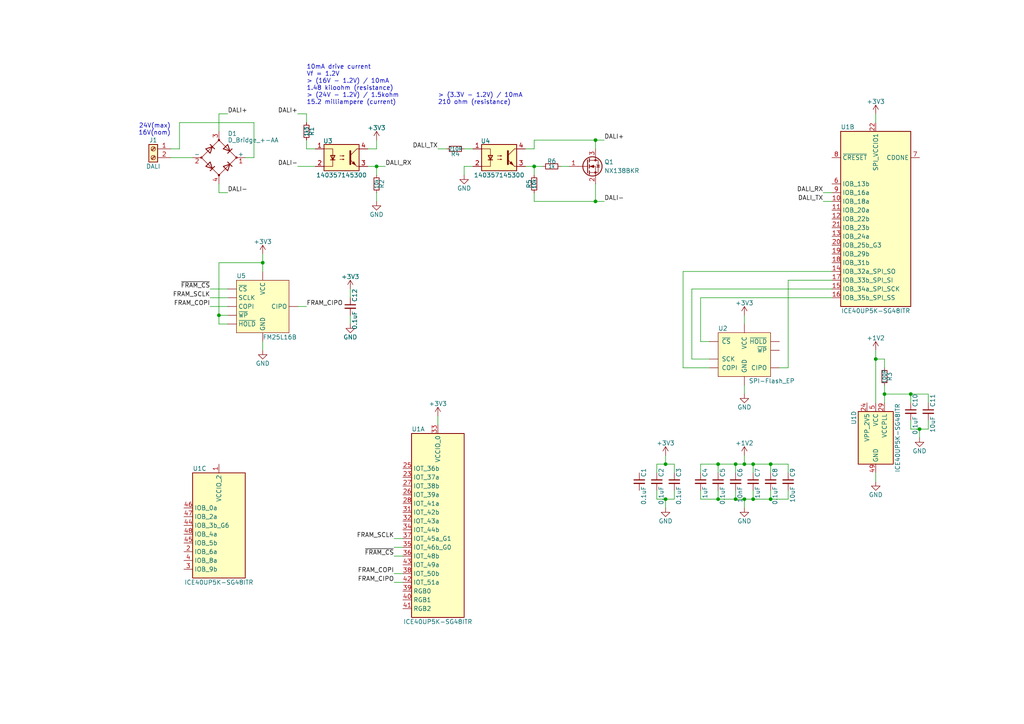
<source format=kicad_sch>
(kicad_sch (version 20210621) (generator eeschema)
  (paper "A4")
  (lib_symbols
    (symbol "Connector:Screw_Terminal_01x02" (pin_names (offset 1.016) hide)
      (property "Reference" "J" (at 0 2.54 0))
      (property "Value" "Screw_Terminal_01x02" (at 0 -5.08 0))
      (symbol "Screw_Terminal_01x02_1_1"
        (circle (center 0 -2.54) (radius 0.635) (stroke (width 0.1524)))
        (circle (center 0 0) (radius 0.635) (stroke (width 0.1524)))
        (rectangle (start -1.27 1.27) (end 1.27 -3.81) (stroke (width 0.254)) (fill (type background)))
        (polyline (pts (xy -0.5334 -2.2098) (xy 0.3302 -3.048)) (stroke (width 0.1524)))
        (polyline (pts (xy -0.5334 0.3302) (xy 0.3302 -0.508)) (stroke (width 0.1524)))
        (polyline (pts (xy -0.3556 -2.032) (xy 0.508 -2.8702)) (stroke (width 0.1524)))
        (polyline (pts (xy -0.3556 0.508) (xy 0.508 -0.3302)) (stroke (width 0.1524)))
        (pin passive line (at -5.08 0 0) (length 3.81) (name "Pin_1") (number "1"))
        (pin passive line (at -5.08 -2.54 0) (length 3.81) (name "Pin_2") (number "2"))
      )
    )
    (symbol "DX-MON:FM25L16B" (pin_numbers hide)
      (property "Reference" "U" (at -7.62 8.89 0))
      (property "Value" "FM25L16B" (at 0 -8.89 0))
      (symbol "FM25L16B_0_1"
        (rectangle (start -7.62 7.62) (end 7.62 -7.62) (stroke (width 0.1524)) (fill (type background)))
      )
      (symbol "FM25L16B_1_1"
        (pin input line (at -10.16 5.08 0) (length 2.54) (name "~{CS}") (number "1"))
        (pin output line (at 10.16 0 180) (length 2.54) (name "CIPO") (number "2"))
        (pin input line (at -10.16 -2.54 0) (length 2.54) (name "~{WP}") (number "3"))
        (pin power_in line (at 0 -10.16 90) (length 2.54) (name "GND") (number "4"))
        (pin input line (at -10.16 0 0) (length 2.54) (name "COPI") (number "5"))
        (pin input line (at -10.16 2.54 0) (length 2.54) (name "SCLK") (number "6"))
        (pin input line (at -10.16 -5.08 0) (length 2.54) (name "~{HOLD}") (number "7"))
        (pin power_in line (at 0 10.16 270) (length 2.54) (name "VCC") (number "8"))
      )
    )
    (symbol "DX_MON:SPI-Flash_EP" (pin_numbers hide) (pin_names (offset 1.016))
      (property "Reference" "U" (at -7.62 6.35 0))
      (property "Value" "SPI-Flash_EP" (at 1.27 -8.89 0))
      (symbol "SPI-Flash_EP_0_1"
        (rectangle (start -7.62 5.08) (end 7.62 -7.62) (fill (type background)))
      )
      (symbol "SPI-Flash_EP_1_1"
        (pin input line (at -10.16 2.54 0) (length 2.54) (name "~{CS}") (number "1"))
        (pin tri_state line (at 10.16 -5.08 180) (length 2.54) (name "CIPO") (number "2"))
        (pin input line (at 10.16 0 180) (length 2.54) (name "~{WP}") (number "3"))
        (pin passive line (at 0 -10.16 90) (length 2.54) (name "GND") (number "4"))
        (pin input line (at -10.16 -5.08 0) (length 2.54) (name "COPI") (number "5"))
        (pin input line (at -10.16 -2.54 0) (length 2.54) (name "SCK") (number "6"))
        (pin input line (at 10.16 2.54 180) (length 2.54) (name "~{HOLD}") (number "7"))
        (pin power_in line (at 0 7.62 270) (length 2.54) (name "VCC") (number "8"))
        (pin input line (at 0 -10.16 90) (length 2.54) hide (name "GND") (number "9"))
      )
    )
    (symbol "Device:C_Small" (pin_numbers hide) (pin_names (offset 0.254) hide)
      (property "Reference" "C" (at 0.254 1.778 0))
      (property "Value" "C_Small" (at 0.254 -2.032 0))
      (symbol "C_Small_0_1"
        (polyline (pts (xy -1.524 -0.508) (xy 1.524 -0.508)) (stroke (width 0.3302)))
        (polyline (pts (xy -1.524 0.508) (xy 1.524 0.508)) (stroke (width 0.3048)))
      )
      (symbol "C_Small_1_1"
        (pin passive line (at 0 2.54 270) (length 2.032) (name "~") (number "1"))
        (pin passive line (at 0 -2.54 90) (length 2.032) (name "~") (number "2"))
      )
    )
    (symbol "Device:D_Bridge_+-AA" (pin_names (offset 0))
      (property "Reference" "D" (at 2.54 6.985 0))
      (property "Value" "D_Bridge_+-AA" (at 2.54 5.08 0))
      (symbol "D_Bridge_+-AA_0_1"
        (circle (center -5.08 0) (radius 0.254) (fill (type outline)))
        (circle (center 0 -5.08) (radius 0.254) (fill (type outline)))
        (circle (center 0 5.08) (radius 0.254) (fill (type outline)))
        (circle (center 5.08 0) (radius 0.254) (fill (type outline)))
        (polyline (pts (xy -2.54 3.81) (xy -1.27 2.54)) (stroke (width 0.254)))
        (polyline (pts (xy -1.27 -2.54) (xy -2.54 -3.81)) (stroke (width 0.254)))
        (polyline (pts (xy 2.54 -1.27) (xy 3.81 -2.54)) (stroke (width 0.254)))
        (polyline (pts (xy 2.54 1.27) (xy 3.81 2.54)) (stroke (width 0.254)))
        (polyline (pts (xy -3.81 2.54) (xy -2.54 1.27) (xy -1.905 3.175) (xy -3.81 2.54)) (stroke (width 0.254)))
        (polyline (pts (xy -2.54 -1.27) (xy -3.81 -2.54) (xy -1.905 -3.175) (xy -2.54 -1.27)) (stroke (width 0.254)))
        (polyline (pts (xy 1.27 2.54) (xy 2.54 3.81) (xy 3.175 1.905) (xy 1.27 2.54)) (stroke (width 0.254)))
        (polyline (pts (xy 3.175 -1.905) (xy 1.27 -2.54) (xy 2.54 -3.81) (xy 3.175 -1.905)) (stroke (width 0.254)))
        (polyline (pts (xy -5.08 0) (xy 0 -5.08) (xy 5.08 0) (xy 0 5.08) (xy -5.08 0)))
      )
      (symbol "D_Bridge_+-AA_1_1"
        (pin passive line (at 7.62 0 180) (length 2.54) (name "+") (number "1"))
        (pin passive line (at -7.62 0 0) (length 2.54) (name "-") (number "2"))
        (pin passive line (at 0 7.62 270) (length 2.54) (name "~") (number "3"))
        (pin passive line (at 0 -7.62 90) (length 2.54) (name "~") (number "4"))
      )
    )
    (symbol "Device:Q_NMOS_GSD" (pin_names (offset 0) hide)
      (property "Reference" "Q" (at 5.08 1.27 0))
      (property "Value" "Q_NMOS_GSD" (at 5.08 -1.27 0))
      (symbol "Q_NMOS_GSD_0_1"
        (circle (center 1.651 0) (radius 2.794) (stroke (width 0.254)))
        (circle (center 2.54 -1.778) (radius 0.254) (fill (type outline)))
        (circle (center 2.54 1.778) (radius 0.254) (fill (type outline)))
        (polyline (pts (xy 0.254 0) (xy -2.54 0)))
        (polyline (pts (xy 0.254 1.905) (xy 0.254 -1.905)) (stroke (width 0.254)))
        (polyline (pts (xy 0.762 -1.27) (xy 0.762 -2.286)) (stroke (width 0.254)))
        (polyline (pts (xy 0.762 0.508) (xy 0.762 -0.508)) (stroke (width 0.254)))
        (polyline (pts (xy 0.762 2.286) (xy 0.762 1.27)) (stroke (width 0.254)))
        (polyline (pts (xy 2.54 2.54) (xy 2.54 1.778)))
        (polyline (pts (xy 2.54 -2.54) (xy 2.54 0) (xy 0.762 0)))
        (polyline (pts (xy 0.762 -1.778) (xy 3.302 -1.778) (xy 3.302 1.778) (xy 0.762 1.778)))
        (polyline (pts (xy 2.794 0.508) (xy 2.921 0.381) (xy 3.683 0.381) (xy 3.81 0.254)))
        (polyline (pts (xy 3.302 0.381) (xy 2.921 -0.254) (xy 3.683 -0.254) (xy 3.302 0.381)))
        (polyline (pts (xy 1.016 0) (xy 2.032 0.381) (xy 2.032 -0.381) (xy 1.016 0)) (fill (type outline)))
      )
      (symbol "Q_NMOS_GSD_1_1"
        (pin input line (at -5.08 0 0) (length 2.54) (name "G") (number "1"))
        (pin passive line (at 2.54 -5.08 90) (length 2.54) (name "S") (number "2"))
        (pin passive line (at 2.54 5.08 270) (length 2.54) (name "D") (number "3"))
      )
    )
    (symbol "Device:R_Small" (pin_numbers hide) (pin_names (offset 0.254) hide)
      (property "Reference" "R" (at 0.762 0.508 0))
      (property "Value" "R_Small" (at 0.762 -1.016 0))
      (symbol "R_Small_0_1"
        (rectangle (start -0.762 1.778) (end 0.762 -1.778) (stroke (width 0.2032)))
      )
      (symbol "R_Small_1_1"
        (pin passive line (at 0 2.54 270) (length 0.762) (name "~") (number "1"))
        (pin passive line (at 0 -2.54 90) (length 0.762) (name "~") (number "2"))
      )
    )
    (symbol "FPGA_Lattice:ICE40UP5K-SG48ITR"
      (property "Reference" "U" (at -8.89 -29.21 0))
      (property "Value" "ICE40UP5K-SG48ITR" (at 0 -31.75 0))
      (symbol "ICE40UP5K-SG48ITR_1_1"
        (rectangle (start -7.62 25.4) (end 7.62 -27.94) (stroke (width 0.254)) (fill (type background)))
        (pin bidirectional line (at -10.16 12.7 0) (length 2.54) (name "IOT_37a") (number "23"))
        (pin bidirectional line (at -10.16 15.24 0) (length 2.54) (name "IOT_36b") (number "25"))
        (pin bidirectional line (at -10.16 7.62 0) (length 2.54) (name "IOT_39a") (number "26"))
        (pin bidirectional line (at -10.16 10.16 0) (length 2.54) (name "IOT_38b") (number "27"))
        (pin bidirectional line (at -10.16 5.08 0) (length 2.54) (name "IOT_41a") (number "28"))
        (pin bidirectional line (at -10.16 2.54 0) (length 2.54) (name "IOT_42b") (number "31"))
        (pin bidirectional line (at -10.16 0 0) (length 2.54) (name "IOT_43a") (number "32"))
        (pin power_in line (at 0 27.94 270) (length 2.54) (name "VCCIO_0") (number "33"))
        (pin bidirectional line (at -10.16 -2.54 0) (length 2.54) (name "IOT_44b") (number "34"))
        (pin bidirectional line (at -10.16 -7.62 0) (length 2.54) (name "IOT_46b_G0") (number "35"))
        (pin bidirectional line (at -10.16 -10.16 0) (length 2.54) (name "IOT_48b") (number "36"))
        (pin bidirectional line (at -10.16 -5.08 0) (length 2.54) (name "IOT_45a_G1") (number "37"))
        (pin bidirectional line (at -10.16 -15.24 0) (length 2.54) (name "IOT_50b") (number "38"))
        (pin open_collector line (at -10.16 -20.32 0) (length 2.54) (name "RGB0") (number "39"))
        (pin open_collector line (at -10.16 -22.86 0) (length 2.54) (name "RGB1") (number "40"))
        (pin open_collector line (at -10.16 -25.4 0) (length 2.54) (name "RGB2") (number "41"))
        (pin bidirectional line (at -10.16 -17.78 0) (length 2.54) (name "IOT_51a") (number "42"))
        (pin bidirectional line (at -10.16 -12.7 0) (length 2.54) (name "IOT_49a") (number "43"))
      )
      (symbol "ICE40UP5K-SG48ITR_2_1"
        (rectangle (start -10.16 25.4) (end 10.16 -25.4) (stroke (width 0.254)) (fill (type background)))
        (pin bidirectional line (at -12.7 5.08 0) (length 2.54) (name "IOB_18a") (number "10"))
        (pin bidirectional line (at -12.7 2.54 0) (length 2.54) (name "IOB_20a") (number "11"))
        (pin bidirectional line (at -12.7 0 0) (length 2.54) (name "IOB_22b") (number "12"))
        (pin bidirectional line (at -12.7 -5.08 0) (length 2.54) (name "IOB_24a") (number "13"))
        (pin bidirectional line (at -12.7 -15.24 0) (length 2.54) (name "IOB_32a_SPI_SO") (number "14"))
        (pin bidirectional line (at -12.7 -20.32 0) (length 2.54) (name "IOB_34a_SPI_SCK") (number "15"))
        (pin bidirectional line (at -12.7 -22.86 0) (length 2.54) (name "IOB_35b_SPI_SS") (number "16"))
        (pin bidirectional line (at -12.7 -17.78 0) (length 2.54) (name "IOB_33b_SPI_SI") (number "17"))
        (pin bidirectional line (at -12.7 -12.7 0) (length 2.54) (name "IOB_31b") (number "18"))
        (pin bidirectional line (at -12.7 -10.16 0) (length 2.54) (name "IOB_29b") (number "19"))
        (pin bidirectional line (at -12.7 -7.62 0) (length 2.54) (name "IOB_25b_G3") (number "20"))
        (pin bidirectional line (at -12.7 -2.54 0) (length 2.54) (name "IOB_23b") (number "21"))
        (pin power_in line (at 0 27.94 270) (length 2.54) (name "SPI_VCCIO1") (number "22"))
        (pin bidirectional line (at -12.7 10.16 0) (length 2.54) (name "IOB_13b") (number "6"))
        (pin open_collector line (at 12.7 17.78 180) (length 2.54) (name "CDONE") (number "7"))
        (pin input line (at -12.7 17.78 0) (length 2.54) (name "~{CRESET}") (number "8"))
        (pin bidirectional line (at -12.7 7.62 0) (length 2.54) (name "IOB_16a") (number "9"))
      )
      (symbol "ICE40UP5K-SG48ITR_3_1"
        (rectangle (start -7.62 15.24) (end 7.62 -15.24) (stroke (width 0.254)) (fill (type background)))
        (pin power_in line (at 0 17.78 270) (length 2.54) (name "VCCIO_2") (number "1"))
        (pin bidirectional line (at -10.16 -7.62 0) (length 2.54) (name "IOB_6a") (number "2"))
        (pin bidirectional line (at -10.16 -12.7 0) (length 2.54) (name "IOB_9b") (number "3"))
        (pin bidirectional line (at -10.16 -10.16 0) (length 2.54) (name "IOB_8a") (number "4"))
        (pin bidirectional line (at -10.16 0 0) (length 2.54) (name "IOB_3b_G6") (number "44"))
        (pin bidirectional line (at -10.16 -5.08 0) (length 2.54) (name "IOB_5b") (number "45"))
        (pin bidirectional line (at -10.16 5.08 0) (length 2.54) (name "IOB_0a") (number "46"))
        (pin bidirectional line (at -10.16 2.54 0) (length 2.54) (name "IOB_2a") (number "47"))
        (pin bidirectional line (at -10.16 -2.54 0) (length 2.54) (name "IOB_4a") (number "48"))
      )
      (symbol "ICE40UP5K-SG48ITR_4_1"
        (rectangle (start -5.08 7.62) (end 5.08 -7.62) (stroke (width 0.254)) (fill (type background)))
        (pin power_in line (at -2.54 10.16 270) (length 2.54) (name "VPP_2V5") (number "24"))
        (pin power_out line (at 2.54 10.16 270) (length 2.54) (name "VCCPLL") (number "29"))
        (pin passive line (at 0 10.16 270) (length 2.54) hide (name "VCC") (number "30"))
        (pin power_in line (at 0 -10.16 90) (length 2.54) (name "GND") (number "49"))
        (pin power_in line (at 0 10.16 270) (length 2.54) (name "VCC") (number "5"))
      )
    )
    (symbol "Isolator:LTV-356T" (pin_names (offset 1.016))
      (property "Reference" "U" (at -5.334 4.826 0))
      (property "Value" "LTV-356T" (at 0 5.08 0))
      (symbol "LTV-356T_0_1"
        (rectangle (start -5.08 3.81) (end 5.08 -3.81) (stroke (width 0.254)) (fill (type background)))
        (polyline (pts (xy -3.175 -0.635) (xy -1.905 -0.635)) (stroke (width 0.254)))
        (polyline (pts (xy 2.54 0.635) (xy 4.445 2.54)))
        (polyline (pts (xy 4.445 -2.54) (xy 5.08 -2.54)))
        (polyline (pts (xy 4.445 2.54) (xy 5.08 2.54)))
        (polyline (pts (xy -5.08 2.54) (xy -2.54 2.54) (xy -2.54 -0.762)))
        (polyline (pts (xy -2.54 -0.635) (xy -2.54 -2.54) (xy -5.08 -2.54)))
        (polyline (pts (xy 2.54 1.905) (xy 2.54 -1.905) (xy 2.54 -1.905)) (stroke (width 0.508)))
        (polyline (pts (xy -2.54 -0.635) (xy -3.175 0.635) (xy -1.905 0.635) (xy -2.54 -0.635)) (stroke (width 0.254)))
        (polyline (pts (xy -0.508 -0.508) (xy 0.762 -0.508) (xy 0.381 -0.635) (xy 0.381 -0.381) (xy 0.762 -0.508)))
        (polyline (pts (xy -0.508 0.508) (xy 0.762 0.508) (xy 0.381 0.381) (xy 0.381 0.635) (xy 0.762 0.508)))
        (polyline (pts (xy 4.445 -2.54) (xy 2.54 -0.635)) (fill (type outline)))
        (polyline (pts (xy 3.048 -1.651) (xy 3.556 -1.143) (xy 4.064 -2.159) (xy 3.048 -1.651) (xy 3.048 -1.651)) (fill (type outline)))
      )
      (symbol "LTV-356T_1_1"
        (pin passive line (at -7.62 2.54 0) (length 2.54) (name "~") (number "1"))
        (pin passive line (at -7.62 -2.54 0) (length 2.54) (name "~") (number "2"))
        (pin passive line (at 7.62 -2.54 180) (length 2.54) (name "~") (number "3"))
        (pin passive line (at 7.62 2.54 180) (length 2.54) (name "~") (number "4"))
      )
    )
    (symbol "power:+1V2" (power) (pin_names (offset 0))
      (property "Value" "+1V2" (at 0 3.556 0))
      (symbol "+1V2_0_1"
        (polyline (pts (xy -0.762 1.27) (xy 0 2.54)))
        (polyline (pts (xy 0 0) (xy 0 2.54)))
        (polyline (pts (xy 0 2.54) (xy 0.762 1.27)))
      )
      (symbol "+1V2_1_1"
        (pin power_in line (at 0 0 90) (length 0) hide (name "+1V2") (number "1"))
      )
    )
    (symbol "power:+3V3" (power) (pin_names (offset 0))
      (property "Value" "+3V3" (at 0 3.556 0))
      (symbol "+3V3_0_1"
        (polyline (pts (xy -0.762 1.27) (xy 0 2.54)))
        (polyline (pts (xy 0 0) (xy 0 2.54)))
        (polyline (pts (xy 0 2.54) (xy 0.762 1.27)))
      )
      (symbol "+3V3_1_1"
        (pin power_in line (at 0 0 90) (length 0) hide (name "+3V3") (number "1"))
      )
    )
    (symbol "power:GND" (power) (pin_names (offset 0))
      (property "Value" "GND" (at 0 -3.81 0))
      (symbol "GND_0_1"
        (polyline (pts (xy 0 0) (xy 0 -1.27) (xy 1.27 -1.27) (xy 0 -2.54) (xy -1.27 -1.27) (xy 0 -1.27)))
      )
      (symbol "GND_1_1"
        (pin power_in line (at 0 0 270) (length 0) hide (name "GND") (number "1"))
      )
    )
  )
  (junction (at 63.5 91.44))
  (junction (at 76.2 76.2))
  (junction (at 109.22 48.26))
  (junction (at 154.94 48.26))
  (junction (at 172.72 40.64))
  (junction (at 172.72 58.42))
  (junction (at 193.04 134.62))
  (junction (at 193.04 144.78))
  (junction (at 208.28 134.62))
  (junction (at 208.28 144.78))
  (junction (at 213.36 134.62))
  (junction (at 213.36 144.78))
  (junction (at 215.9 134.62))
  (junction (at 215.9 144.78))
  (junction (at 218.44 134.62))
  (junction (at 218.44 144.78))
  (junction (at 223.52 134.62))
  (junction (at 223.52 144.78))
  (junction (at 254 104.14))
  (junction (at 256.54 114.3))
  (junction (at 264.16 114.3))
  (junction (at 266.7 124.46))
  (wire (pts (xy 49.53 45.72) (xy 55.88 45.72)))
  (wire (pts (xy 52.07 35.56) (xy 52.07 43.18)))
  (wire (pts (xy 52.07 43.18) (xy 49.53 43.18)))
  (wire (pts (xy 63.5 33.02) (xy 66.04 33.02)))
  (wire (pts (xy 63.5 38.1) (xy 63.5 33.02)))
  (wire (pts (xy 63.5 53.34) (xy 63.5 55.88)))
  (wire (pts (xy 63.5 55.88) (xy 66.04 55.88)))
  (wire (pts (xy 63.5 76.2) (xy 63.5 91.44)))
  (wire (pts (xy 63.5 91.44) (xy 66.04 91.44)))
  (wire (pts (xy 63.5 93.98) (xy 63.5 91.44)))
  (wire (pts (xy 66.04 83.82) (xy 60.96 83.82)))
  (wire (pts (xy 66.04 86.36) (xy 60.96 86.36)))
  (wire (pts (xy 66.04 88.9) (xy 60.96 88.9)))
  (wire (pts (xy 66.04 93.98) (xy 63.5 93.98)))
  (wire (pts (xy 71.12 45.72) (xy 73.66 45.72)))
  (wire (pts (xy 73.66 35.56) (xy 52.07 35.56)))
  (wire (pts (xy 73.66 45.72) (xy 73.66 35.56)))
  (wire (pts (xy 76.2 73.66) (xy 76.2 76.2)))
  (wire (pts (xy 76.2 76.2) (xy 63.5 76.2)))
  (wire (pts (xy 76.2 78.74) (xy 76.2 76.2)))
  (wire (pts (xy 76.2 99.06) (xy 76.2 101.6)))
  (wire (pts (xy 86.36 33.02) (xy 88.9 33.02)))
  (wire (pts (xy 86.36 48.26) (xy 91.44 48.26)))
  (wire (pts (xy 86.36 88.9) (xy 88.9 88.9)))
  (wire (pts (xy 88.9 35.56) (xy 88.9 33.02)))
  (wire (pts (xy 88.9 40.64) (xy 88.9 43.18)))
  (wire (pts (xy 88.9 43.18) (xy 91.44 43.18)))
  (wire (pts (xy 101.6 83.82) (xy 101.6 86.36)))
  (wire (pts (xy 101.6 91.44) (xy 101.6 93.98)))
  (wire (pts (xy 106.68 43.18) (xy 109.22 43.18)))
  (wire (pts (xy 106.68 48.26) (xy 109.22 48.26)))
  (wire (pts (xy 109.22 40.64) (xy 109.22 43.18)))
  (wire (pts (xy 109.22 48.26) (xy 111.76 48.26)))
  (wire (pts (xy 109.22 50.8) (xy 109.22 48.26)))
  (wire (pts (xy 109.22 55.88) (xy 109.22 58.42)))
  (wire (pts (xy 114.3 156.21) (xy 116.84 156.21)))
  (wire (pts (xy 114.3 158.75) (xy 116.84 158.75)))
  (wire (pts (xy 114.3 161.29) (xy 116.84 161.29)))
  (wire (pts (xy 114.3 166.37) (xy 116.84 166.37)))
  (wire (pts (xy 114.3 168.91) (xy 116.84 168.91)))
  (wire (pts (xy 127 120.65) (xy 127 123.19)))
  (wire (pts (xy 129.54 43.18) (xy 127 43.18)))
  (wire (pts (xy 134.62 48.26) (xy 134.62 50.8)))
  (wire (pts (xy 137.16 43.18) (xy 134.62 43.18)))
  (wire (pts (xy 137.16 48.26) (xy 134.62 48.26)))
  (wire (pts (xy 152.4 48.26) (xy 154.94 48.26)))
  (wire (pts (xy 154.94 40.64) (xy 154.94 43.18)))
  (wire (pts (xy 154.94 40.64) (xy 172.72 40.64)))
  (wire (pts (xy 154.94 43.18) (xy 152.4 43.18)))
  (wire (pts (xy 154.94 50.8) (xy 154.94 48.26)))
  (wire (pts (xy 154.94 55.88) (xy 154.94 58.42)))
  (wire (pts (xy 154.94 58.42) (xy 172.72 58.42)))
  (wire (pts (xy 157.48 48.26) (xy 154.94 48.26)))
  (wire (pts (xy 162.56 48.26) (xy 165.1 48.26)))
  (wire (pts (xy 172.72 40.64) (xy 175.26 40.64)))
  (wire (pts (xy 172.72 43.18) (xy 172.72 40.64)))
  (wire (pts (xy 172.72 53.34) (xy 172.72 58.42)))
  (wire (pts (xy 172.72 58.42) (xy 175.26 58.42)))
  (wire (pts (xy 190.5 134.62) (xy 193.04 134.62)))
  (wire (pts (xy 190.5 137.16) (xy 190.5 134.62)))
  (wire (pts (xy 190.5 144.78) (xy 190.5 142.24)))
  (wire (pts (xy 190.5 144.78) (xy 193.04 144.78)))
  (wire (pts (xy 193.04 132.08) (xy 193.04 134.62)))
  (wire (pts (xy 193.04 134.62) (xy 195.58 134.62)))
  (wire (pts (xy 193.04 147.32) (xy 193.04 144.78)))
  (wire (pts (xy 195.58 134.62) (xy 195.58 137.16)))
  (wire (pts (xy 195.58 142.24) (xy 195.58 144.78)))
  (wire (pts (xy 195.58 144.78) (xy 193.04 144.78)))
  (wire (pts (xy 198.12 78.74) (xy 198.12 106.68)))
  (wire (pts (xy 198.12 78.74) (xy 241.3 78.74)))
  (wire (pts (xy 200.66 83.82) (xy 200.66 104.14)))
  (wire (pts (xy 200.66 83.82) (xy 241.3 83.82)))
  (wire (pts (xy 200.66 104.14) (xy 205.74 104.14)))
  (wire (pts (xy 203.2 86.36) (xy 241.3 86.36)))
  (wire (pts (xy 203.2 99.06) (xy 203.2 86.36)))
  (wire (pts (xy 203.2 134.62) (xy 208.28 134.62)))
  (wire (pts (xy 203.2 137.16) (xy 203.2 134.62)))
  (wire (pts (xy 203.2 142.24) (xy 203.2 144.78)))
  (wire (pts (xy 203.2 144.78) (xy 208.28 144.78)))
  (wire (pts (xy 205.74 99.06) (xy 203.2 99.06)))
  (wire (pts (xy 205.74 106.68) (xy 198.12 106.68)))
  (wire (pts (xy 208.28 134.62) (xy 213.36 134.62)))
  (wire (pts (xy 208.28 137.16) (xy 208.28 134.62)))
  (wire (pts (xy 208.28 142.24) (xy 208.28 144.78)))
  (wire (pts (xy 208.28 144.78) (xy 213.36 144.78)))
  (wire (pts (xy 213.36 134.62) (xy 215.9 134.62)))
  (wire (pts (xy 213.36 137.16) (xy 213.36 134.62)))
  (wire (pts (xy 213.36 142.24) (xy 213.36 144.78)))
  (wire (pts (xy 213.36 144.78) (xy 215.9 144.78)))
  (wire (pts (xy 215.9 91.44) (xy 215.9 93.98)))
  (wire (pts (xy 215.9 114.3) (xy 215.9 111.76)))
  (wire (pts (xy 215.9 132.08) (xy 215.9 134.62)))
  (wire (pts (xy 215.9 134.62) (xy 218.44 134.62)))
  (wire (pts (xy 215.9 144.78) (xy 218.44 144.78)))
  (wire (pts (xy 215.9 147.32) (xy 215.9 144.78)))
  (wire (pts (xy 218.44 134.62) (xy 223.52 134.62)))
  (wire (pts (xy 218.44 137.16) (xy 218.44 134.62)))
  (wire (pts (xy 218.44 142.24) (xy 218.44 144.78)))
  (wire (pts (xy 218.44 144.78) (xy 223.52 144.78)))
  (wire (pts (xy 223.52 134.62) (xy 228.6 134.62)))
  (wire (pts (xy 223.52 137.16) (xy 223.52 134.62)))
  (wire (pts (xy 223.52 142.24) (xy 223.52 144.78)))
  (wire (pts (xy 223.52 144.78) (xy 228.6 144.78)))
  (wire (pts (xy 226.06 106.68) (xy 228.6 106.68)))
  (wire (pts (xy 228.6 81.28) (xy 241.3 81.28)))
  (wire (pts (xy 228.6 106.68) (xy 228.6 81.28)))
  (wire (pts (xy 228.6 134.62) (xy 228.6 137.16)))
  (wire (pts (xy 228.6 144.78) (xy 228.6 142.24)))
  (wire (pts (xy 238.76 55.88) (xy 241.3 55.88)))
  (wire (pts (xy 238.76 58.42) (xy 241.3 58.42)))
  (wire (pts (xy 254 33.02) (xy 254 35.56)))
  (wire (pts (xy 254 101.6) (xy 254 104.14)))
  (wire (pts (xy 254 104.14) (xy 254 116.84)))
  (wire (pts (xy 254 137.16) (xy 254 139.7)))
  (wire (pts (xy 256.54 104.14) (xy 254 104.14)))
  (wire (pts (xy 256.54 106.68) (xy 256.54 104.14)))
  (wire (pts (xy 256.54 111.76) (xy 256.54 114.3)))
  (wire (pts (xy 256.54 114.3) (xy 256.54 116.84)))
  (wire (pts (xy 256.54 114.3) (xy 264.16 114.3)))
  (wire (pts (xy 264.16 114.3) (xy 269.24 114.3)))
  (wire (pts (xy 264.16 116.84) (xy 264.16 114.3)))
  (wire (pts (xy 264.16 121.92) (xy 264.16 124.46)))
  (wire (pts (xy 264.16 124.46) (xy 266.7 124.46)))
  (wire (pts (xy 266.7 124.46) (xy 266.7 127)))
  (wire (pts (xy 269.24 114.3) (xy 269.24 116.84)))
  (wire (pts (xy 269.24 121.92) (xy 269.24 124.46)))
  (wire (pts (xy 269.24 124.46) (xy 266.7 124.46)))
  (text "24V(max)\n16V(nom)" (at 49.53 39.37 180) (effects (font (size 1.27 1.27)) (justify right bottom)))
  (text "10mA drive current\nVf = 1.2V\n> (16V - 1.2V) / 10mA\n1.48 kiloohm (resistance)\n> (24V - 1.2V) / 1.5kohm\n15.2 milliampere (current)" (at 88.9 30.48 0) (effects (font (size 1.27 1.27)) (justify left bottom)))
  (text "> (3.3V - 1.2V) / 10mA\n210 ohm (resistance)\n" (at 127 30.48 0) (effects (font (size 1.27 1.27)) (justify left bottom)))
  (label "~{FRAM_CS}" (at 60.96 83.82 180))
  (label "FRAM_SCLK" (at 60.96 86.36 180))
  (label "FRAM_COPI" (at 60.96 88.9 180))
  (label "DALI+" (at 66.04 33.02 0))
  (label "DALI-" (at 66.04 55.88 0))
  (label "DALI+" (at 86.36 33.02 180))
  (label "DALI-" (at 86.36 48.26 180))
  (label "FRAM_CIPO" (at 88.9 88.9 0))
  (label "DALI_RX" (at 111.76 48.26 0))
  (label "FRAM_SCLK" (at 114.3 156.21 180))
  (label "~{FRAM_CS}" (at 114.3 161.29 180))
  (label "FRAM_COPI" (at 114.3 166.37 180))
  (label "FRAM_CIPO" (at 114.3 168.91 180))
  (label "DALI_TX" (at 127 43.18 180))
  (label "DALI+" (at 175.26 40.64 0))
  (label "DALI-" (at 175.26 58.42 0))
  (label "DALI_RX" (at 238.76 55.88 180))
  (label "DALI_TX" (at 238.76 58.42 180))
  (symbol (lib_id "power:+3V3") (at 76.2 73.66 0) (unit 1)
    (property "Reference" "#PWR08" (effects hide))
    (property "Value" "+3V3" (at 76.2 70.104 0))
  )
  (symbol (lib_id "power:+3V3") (at 101.6 83.82 0) (unit 1)
    (property "Reference" "#PWR015" (effects hide))
    (property "Value" "+3V3" (at 101.6 80.264 0))
  )
  (symbol (lib_id "power:+3V3") (at 109.22 40.64 0) (unit 1)
    (property "Reference" "#PWR0102" (effects hide))
    (property "Value" "+3V3" (at 109.22 37.084 0))
  )
  (symbol (lib_id "power:+3V3") (at 127 120.65 0) (unit 1)
    (property "Reference" "#PWR01" (effects hide))
    (property "Value" "+3V3" (at 127 117.094 0))
  )
  (symbol (lib_id "power:+3V3") (at 193.04 132.08 0) (unit 1)
    (property "Reference" "#PWR09" (effects hide))
    (property "Value" "+3V3" (at 193.04 128.524 0))
  )
  (symbol (lib_id "power:+3V3") (at 215.9 91.44 0) (unit 1)
    (property "Reference" "#PWR02" (effects hide))
    (property "Value" "+3V3" (at 215.9 87.884 0))
  )
  (symbol (lib_id "power:+1V2") (at 215.9 132.08 0) (unit 1)
    (property "Reference" "#PWR011" (effects hide))
    (property "Value" "+1V2" (at 215.9 128.524 0))
  )
  (symbol (lib_id "power:+3V3") (at 254 33.02 0) (unit 1)
    (property "Reference" "#PWR04" (effects hide))
    (property "Value" "+3V3" (at 254 29.464 0))
  )
  (symbol (lib_id "power:+1V2") (at 254 101.6 0) (unit 1)
    (property "Reference" "#PWR05" (effects hide))
    (property "Value" "+1V2" (at 254 98.044 0))
  )
  (symbol (lib_id "power:GND") (at 76.2 101.6 0) (unit 1)
    (property "Reference" "#PWR014" (effects hide))
    (property "Value" "GND" (at 76.2 105.41 0))
  )
  (symbol (lib_id "power:GND") (at 101.6 93.98 0) (unit 1)
    (property "Reference" "#PWR016" (effects hide))
    (property "Value" "GND" (at 101.6 97.79 0))
  )
  (symbol (lib_id "power:GND") (at 109.22 58.42 0) (unit 1)
    (property "Reference" "#PWR0101" (effects hide))
    (property "Value" "GND" (at 109.22 62.23 0))
  )
  (symbol (lib_id "power:GND") (at 134.62 50.8 0) (mirror y) (unit 1)
    (property "Reference" "#PWR07" (effects hide))
    (property "Value" "GND" (at 134.62 54.61 0))
  )
  (symbol (lib_id "power:GND") (at 193.04 147.32 0) (unit 1)
    (property "Reference" "#PWR010" (effects hide))
    (property "Value" "GND" (at 193.04 151.13 0))
  )
  (symbol (lib_id "power:GND") (at 215.9 114.3 0) (unit 1)
    (property "Reference" "#PWR03" (effects hide))
    (property "Value" "GND" (at 215.9 118.11 0))
  )
  (symbol (lib_id "power:GND") (at 215.9 147.32 0) (unit 1)
    (property "Reference" "#PWR012" (effects hide))
    (property "Value" "GND" (at 215.9 151.13 0))
  )
  (symbol (lib_id "power:GND") (at 254 139.7 0) (unit 1)
    (property "Reference" "#PWR06" (effects hide))
    (property "Value" "GND" (at 254 143.51 0))
  )
  (symbol (lib_id "power:GND") (at 266.7 127 0) (unit 1)
    (property "Reference" "#PWR013" (effects hide))
    (property "Value" "GND" (at 266.7 130.81 0))
  )
  (symbol (lib_id "Device:R_Small") (at 88.9 38.1 0) (unit 1)
    (property "Reference" "R1" (at 89.662 38.1 90) (effects (justify top)))
    (property "Value" "1k5" (at 88.9 38.1 90) (effects (font (size 1.016 1.016))))
    (property "Footprint" "rhais_rcl:R0603" (effects hide))
  )
  (symbol (lib_id "Device:R_Small") (at 109.22 53.34 0) (unit 1)
    (property "Reference" "R2" (at 109.982 53.34 90) (effects (justify top)))
    (property "Value" "10k" (at 109.22 53.34 90) (effects (font (size 1.016 1.016))))
    (property "Footprint" "rhais_rcl:R0603" (effects hide))
  )
  (symbol (lib_id "Device:R_Small") (at 132.08 43.18 90) (mirror x) (unit 1)
    (property "Reference" "R4" (at 132.08 43.942 90) (effects (justify top)))
    (property "Value" "210R" (at 132.08 43.18 90) (effects (font (size 1.016 1.016))))
    (property "Footprint" "rhais_rcl:R0603" (effects hide))
  )
  (symbol (lib_id "Device:R_Small") (at 154.94 53.34 180) (unit 1)
    (property "Reference" "R5" (at 154.178 53.34 90) (effects (justify top)))
    (property "Value" "10k" (at 154.94 53.34 90) (effects (font (size 1.016 1.016))))
    (property "Footprint" "rhais_rcl:R0603" (effects hide))
  )
  (symbol (lib_id "Device:R_Small") (at 160.02 48.26 90) (unit 1)
    (property "Reference" "R6" (at 160.02 47.498 90) (effects (justify top)))
    (property "Value" "1k" (at 160.02 48.26 90) (effects (font (size 1.016 1.016))))
    (property "Footprint" "rhais_rcl:R0603" (effects hide))
  )
  (symbol (lib_id "Device:R_Small") (at 256.54 109.22 0) (unit 1)
    (property "Reference" "R3" (at 257.302 109.22 90) (effects (justify top)))
    (property "Value" "100R" (at 256.54 109.22 90) (effects (font (size 1.016 1.016))))
    (property "Footprint" "rhais_rcl:R0603" (effects hide))
  )
  (symbol (lib_id "Device:C_Small") (at 101.6 88.9 0) (unit 1)
    (property "Reference" "C12" (at 102.87 87.63 90) (effects (justify left)))
    (property "Value" "0.1uF" (at 102.87 90.17 90) (effects (justify right)))
    (property "Footprint" "rhais_rcl:C0603" (effects hide))
  )
  (symbol (lib_id "Device:C_Small") (at 185.42 139.7 0) (unit 1)
    (property "Reference" "C1" (at 186.69 138.43 90) (effects (justify left)))
    (property "Value" "0.1uF" (at 186.69 140.97 90) (effects (justify right)))
    (property "Footprint" "rhais_rcl:C0603" (effects hide))
  )
  (symbol (lib_id "Device:C_Small") (at 190.5 139.7 0) (unit 1)
    (property "Reference" "C2" (at 191.77 138.43 90) (effects (justify left)))
    (property "Value" "0.1uF" (at 191.77 140.97 90) (effects (justify right)))
    (property "Footprint" "rhais_rcl:C0603" (effects hide))
  )
  (symbol (lib_id "Device:C_Small") (at 195.58 139.7 0) (unit 1)
    (property "Reference" "C3" (at 196.85 138.43 90) (effects (justify left)))
    (property "Value" "0.1uF" (at 196.85 140.97 90) (effects (justify right)))
    (property "Footprint" "rhais_rcl:C0603" (effects hide))
  )
  (symbol (lib_id "Device:C_Small") (at 203.2 139.7 0) (unit 1)
    (property "Reference" "C4" (at 204.47 138.43 90) (effects (justify left)))
    (property "Value" "1uF" (at 204.47 140.97 90) (effects (justify right)))
    (property "Footprint" "rhais_rcl:C0603" (effects hide))
  )
  (symbol (lib_id "Device:C_Small") (at 208.28 139.7 0) (unit 1)
    (property "Reference" "C5" (at 209.55 138.43 90) (effects (justify left)))
    (property "Value" "0.1uF" (at 209.55 140.97 90) (effects (justify right)))
    (property "Footprint" "rhais_rcl:C0603" (effects hide))
  )
  (symbol (lib_id "Device:C_Small") (at 213.36 139.7 0) (unit 1)
    (property "Reference" "C6" (at 214.63 138.43 90) (effects (justify left)))
    (property "Value" "10nF" (at 214.63 140.97 90) (effects (justify right)))
    (property "Footprint" "rhais_rcl:C0603" (effects hide))
  )
  (symbol (lib_id "Device:C_Small") (at 218.44 139.7 0) (unit 1)
    (property "Reference" "C7" (at 219.71 138.43 90) (effects (justify left)))
    (property "Value" "1uF" (at 219.71 140.97 90) (effects (justify right)))
    (property "Footprint" "rhais_rcl:C0603" (effects hide))
  )
  (symbol (lib_id "Device:C_Small") (at 223.52 139.7 0) (unit 1)
    (property "Reference" "C8" (at 224.79 138.43 90) (effects (justify left)))
    (property "Value" "0.1uF" (at 224.79 140.97 90) (effects (justify right)))
    (property "Footprint" "rhais_rcl:C0603" (effects hide))
  )
  (symbol (lib_id "Device:C_Small") (at 228.6 139.7 0) (unit 1)
    (property "Reference" "C9" (at 229.87 138.43 90) (effects (justify left)))
    (property "Value" "10uF" (at 229.87 140.97 90) (effects (justify right)))
    (property "Footprint" "rhais_rcl:C0603" (effects hide))
  )
  (symbol (lib_id "Device:C_Small") (at 264.16 119.38 0) (unit 1)
    (property "Reference" "C10" (at 265.43 118.11 90) (effects (justify left)))
    (property "Value" "0.1uF" (at 265.43 120.65 90) (effects (justify right)))
    (property "Footprint" "rhais_rcl:C0603" (effects hide))
  )
  (symbol (lib_id "Device:C_Small") (at 269.24 119.38 0) (unit 1)
    (property "Reference" "C11" (at 270.51 118.11 90) (effects (justify left)))
    (property "Value" "10uF" (at 270.51 120.65 90) (effects (justify right)))
    (property "Footprint" "rhais_rcl:C0603" (effects hide))
  )
  (symbol (lib_id "Connector:Screw_Terminal_01x02") (at 44.45 43.18 0) (mirror y) (unit 1)
    (property "Reference" "J1" (at 44.45 40.64 0))
    (property "Value" "DALI" (at 44.45 48.26 0))
    (property "Footprint" "Connector_Phoenix_MSTB:PhoenixContact_MSTBA_2,5_2-G-5,08_1x02_P5.08mm_Horizontal" (effects hide))
  )
  (symbol (lib_id "Device:Q_NMOS_GSD") (at 170.18 48.26 0) (unit 1)
    (property "Reference" "Q1" (at 175.26 46.99 0) (effects (justify left)))
    (property "Value" "NX138BKR" (at 175.26 49.53 0) (effects (justify left)))
    (property "Footprint" "rhais_package-smd:SOT-23" (effects hide))
    (property "Datasheet" "https://assets.nexperia.com/documents/data-sheet/NX138BK.pdf" (effects hide))
    (property "MFR" "Nexperia" (effects hide))
    (property "MPN" "NX138BKR" (effects hide))
    (property "OC_FARNELL" "2545266" (effects hide))
    (property "URL_FARNELL" "https://uk.farnell.com/nexperia/nx138bkr/mosfet-n-ch-60v-0-265a-sot-23/dp/2545266" (effects hide))
  )
  (symbol (lib_id "Isolator:LTV-356T") (at 99.06 45.72 0) (unit 1)
    (property "Reference" "U3" (at 93.726 40.894 0) (effects (justify left)))
    (property "Value" "140357145300" (at 99.06 50.8 0))
    (property "Footprint" "rhais_package-smd:SO-4_4.4x3.6mm_P2.54mm" (effects hide))
    (property "Datasheet" "https://www.we-online.com/catalog/datasheet/140357145300.pdf" (effects hide))
    (property "MFR" "Wurth Elektronik" (effects hide))
    (property "MPN" "140357145300" (effects hide))
    (property "OC_FARNELL" "3619707" (effects hide))
    (property "URL_FARNELL" "https://uk.farnell.com/wurth-elektronik/140357145300/optocoupler-transistor-35v-sop/dp/3619707" (effects hide))
  )
  (symbol (lib_id "Isolator:LTV-356T") (at 144.78 45.72 0) (unit 1)
    (property "Reference" "U4" (at 139.446 40.894 0) (effects (justify left)))
    (property "Value" "140357145300" (at 144.78 50.8 0))
    (property "Footprint" "rhais_package-smd:SO-4_4.4x3.6mm_P2.54mm" (effects hide))
    (property "Datasheet" "https://www.we-online.com/catalog/datasheet/140357145300.pdf" (effects hide))
    (property "MFR" "Wurth Elektronik" (effects hide))
    (property "MPN" "140357145300" (effects hide))
    (property "OC_FARNELL" "3619707" (effects hide))
    (property "URL_FARNELL" "https://uk.farnell.com/wurth-elektronik/140357145300/optocoupler-transistor-35v-sop/dp/3619707" (effects hide))
  )
  (symbol (lib_id "FPGA_Lattice:ICE40UP5K-SG48ITR") (at 254 127 0) (unit 4)
    (property "Reference" "U1" (at 247.65 123.19 90) (effects (justify left)))
    (property "Value" "ICE40UP5K-SG48ITR" (at 260.35 127 90))
    (property "Footprint" "Package_DFN_QFN:QFN-48-1EP_7x7mm_P0.5mm_EP5.6x5.6mm" (effects hide))
    (property "Datasheet" "http://www.latticesemi.com/Products/FPGAandCPLD/iCE40Ultra" (effects hide))
  )
  (symbol (lib_id "Device:D_Bridge_+-AA") (at 63.5 45.72 0) (unit 1)
    (property "Reference" "D1" (at 66.04 38.735 0) (effects (justify left)))
    (property "Value" "D_Bridge_+-AA" (at 66.04 40.64 0) (effects (justify left)))
    (property "Footprint" "rhais_diode:Bridge_Bridge_DBL" (effects hide))
    (property "Datasheet" "https://www.taiwansemi.com/assets/uploads/datasheet/DBLS101G%20SERIES_P2103.pdf" (effects hide))
    (property "MFR" "Taiwan Semi" (effects hide))
    (property "MPN" "DBLS101G" (effects hide))
    (property "OC_FARNELL" "2677224" (effects hide))
    (property "URL_FARNELL" "https://uk.farnell.com/taiwan-semiconductor/dbls101g/diode-bridge-rect-1-ph-50v-1a/dp/2677224" (effects hide))
  )
  (symbol (lib_id "DX_MON:SPI-Flash_EP") (at 215.9 101.6 0) (unit 1)
    (property "Reference" "U2" (at 208.28 95.25 0) (effects (justify left)))
    (property "Value" "SPI-Flash_EP" (at 217.17 110.49 0) (effects (justify left)))
    (property "Footprint" "rhais_package-qfn:UDFN-8-1EP_6x5mm_P1.27mm_EP3.4x4mm" (effects hide))
  )
  (symbol (lib_id "DX-MON:FM25L16B") (at 76.2 88.9 0) (unit 1)
    (property "Reference" "U5" (at 68.58 80.01 0) (effects (justify left)))
    (property "Value" "FM25L16B" (at 76.2 97.79 0) (effects (justify left)))
    (property "Footprint" "rhais_package-qfn:WDFN-8-1EP_4x4.5mm_P0.95mm_EP2.6x3.6mm" (effects hide))
  )
  (symbol (lib_id "FPGA_Lattice:ICE40UP5K-SG48ITR") (at 63.5 152.4 0) (unit 3)
    (property "Reference" "U1" (at 55.88 135.89 0) (effects (justify left)))
    (property "Value" "ICE40UP5K-SG48ITR" (at 63.5 168.91 0))
    (property "Footprint" "Package_DFN_QFN:QFN-48-1EP_7x7mm_P0.5mm_EP5.6x5.6mm" (effects hide))
    (property "Datasheet" "http://www.latticesemi.com/Products/FPGAandCPLD/iCE40Ultra" (effects hide))
  )
  (symbol (lib_id "FPGA_Lattice:ICE40UP5K-SG48ITR") (at 127 151.13 0) (unit 1)
    (property "Reference" "U1" (at 119.38 124.46 0) (effects (justify left)))
    (property "Value" "ICE40UP5K-SG48ITR" (at 127 180.34 0))
    (property "Footprint" "rhais_package-qfn:QFN-48-1EP_7x7mm_P0.5mm_EP5.6x5.6mm" (effects hide))
    (property "Datasheet" "http://www.latticesemi.com/Products/FPGAandCPLD/iCE40Ultra" (effects hide))
  )
  (symbol (lib_id "FPGA_Lattice:ICE40UP5K-SG48ITR") (at 254 63.5 0) (unit 2)
    (property "Reference" "U1" (at 243.84 36.83 0) (effects (justify left)))
    (property "Value" "ICE40UP5K-SG48ITR" (at 254 90.17 0))
    (property "Footprint" "Package_DFN_QFN:QFN-48-1EP_7x7mm_P0.5mm_EP5.6x5.6mm" (effects hide))
    (property "Datasheet" "http://www.latticesemi.com/Products/FPGAandCPLD/iCE40Ultra" (effects hide))
  )
)
</source>
